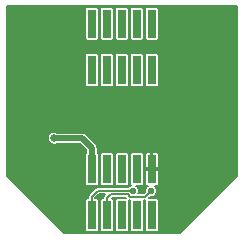
<source format=gbr>
%TF.GenerationSoftware,KiCad,Pcbnew,(5.1.8)-1*%
%TF.CreationDate,2021-11-11T19:50:17-05:00*%
%TF.ProjectId,CO2_sensor,434f325f-7365-46e7-936f-722e6b696361,rev?*%
%TF.SameCoordinates,Original*%
%TF.FileFunction,Copper,L2,Bot*%
%TF.FilePolarity,Positive*%
%FSLAX46Y46*%
G04 Gerber Fmt 4.6, Leading zero omitted, Abs format (unit mm)*
G04 Created by KiCad (PCBNEW (5.1.8)-1) date 2021-11-11 19:50:17*
%MOMM*%
%LPD*%
G01*
G04 APERTURE LIST*
%TA.AperFunction,SMDPad,CuDef*%
%ADD10R,0.760000X2.400000*%
%TD*%
%TA.AperFunction,ViaPad*%
%ADD11C,0.558800*%
%TD*%
%TA.AperFunction,ViaPad*%
%ADD12C,0.635000*%
%TD*%
%TA.AperFunction,Conductor*%
%ADD13C,0.508000*%
%TD*%
%TA.AperFunction,Conductor*%
%ADD14C,0.152400*%
%TD*%
%TA.AperFunction,Conductor*%
%ADD15C,0.100000*%
%TD*%
G04 APERTURE END LIST*
D10*
%TO.P,J2,10*%
%TO.N,N/C*%
X153540000Y-104200000D03*
%TO.P,J2,9*%
%TO.N,GND*%
X153540000Y-100300000D03*
%TO.P,J2,8*%
%TO.N,N/C*%
X152270000Y-104200000D03*
%TO.P,J2,7*%
X152270000Y-100300000D03*
%TO.P,J2,6*%
X151000000Y-104200000D03*
%TO.P,J2,5*%
X151000000Y-100300000D03*
%TO.P,J2,4*%
%TO.N,/SDA*%
X149730000Y-104200000D03*
%TO.P,J2,3*%
%TO.N,N/C*%
X149730000Y-100300000D03*
%TO.P,J2,2*%
%TO.N,/SCL*%
X148460000Y-104200000D03*
%TO.P,J2,1*%
%TO.N,+3V3*%
X148460000Y-100300000D03*
%TD*%
%TO.P,J1,10*%
%TO.N,N/C*%
X153540000Y-91900000D03*
%TO.P,J1,9*%
X153540000Y-88000000D03*
%TO.P,J1,8*%
X152270000Y-91900000D03*
%TO.P,J1,7*%
X152270000Y-88000000D03*
%TO.P,J1,6*%
X151000000Y-91900000D03*
%TO.P,J1,5*%
X151000000Y-88000000D03*
%TO.P,J1,4*%
X149730000Y-91900000D03*
%TO.P,J1,3*%
X149730000Y-88000000D03*
%TO.P,J1,2*%
X148460000Y-91900000D03*
%TO.P,J1,1*%
X148460000Y-88000000D03*
%TD*%
D11*
%TO.N,GND*%
X149310000Y-97400000D03*
X151035000Y-97400000D03*
X152760000Y-97400000D03*
X152760000Y-95695000D03*
X151035000Y-95695000D03*
X149310000Y-95695000D03*
X152760000Y-93990000D03*
X151035000Y-93990000D03*
X149310000Y-93990000D03*
X142360000Y-87520000D03*
X142390000Y-91440000D03*
X142410000Y-95580000D03*
X146120000Y-90780000D03*
X159800000Y-87310000D03*
X159870000Y-94970000D03*
X156870000Y-95040000D03*
X160350000Y-100640000D03*
X155350000Y-99920000D03*
X146470000Y-105150000D03*
X155640000Y-105300000D03*
X141730000Y-100660000D03*
X146180000Y-100440000D03*
D12*
%TO.N,+3V3*%
X145270000Y-97690000D03*
D11*
%TO.N,/SDA*%
X153480000Y-102147500D03*
%TO.N,/SCL*%
X151940000Y-102147500D03*
%TD*%
D13*
%TO.N,+3V3*%
X145270000Y-97690000D02*
X147650000Y-97690000D01*
X148460000Y-98500000D02*
X148460000Y-100300000D01*
X147650000Y-97690000D02*
X148460000Y-98500000D01*
D14*
%TO.N,/SDA*%
X149730000Y-104200000D02*
X149730000Y-102770000D01*
X149730000Y-102770000D02*
X150047690Y-102452310D01*
X151492968Y-102452310D02*
X151696159Y-102655501D01*
X150047690Y-102452310D02*
X151492968Y-102452310D01*
X152971999Y-102655501D02*
X153480000Y-102147500D01*
X151696159Y-102655501D02*
X152971999Y-102655501D01*
%TO.N,/SCL*%
X148460000Y-104200000D02*
X148460000Y-102640000D01*
X148952500Y-102147500D02*
X151940000Y-102147500D01*
X148460000Y-102640000D02*
X148952500Y-102147500D01*
%TD*%
%TO.N,GND*%
X160746400Y-100894955D02*
X155894956Y-105746400D01*
X146105045Y-105746400D01*
X143358645Y-103000000D01*
X147850294Y-103000000D01*
X147850294Y-105400000D01*
X147854708Y-105444813D01*
X147867779Y-105487905D01*
X147889006Y-105527618D01*
X147917573Y-105562427D01*
X147952382Y-105590994D01*
X147992095Y-105612221D01*
X148035187Y-105625292D01*
X148080000Y-105629706D01*
X148840000Y-105629706D01*
X148884813Y-105625292D01*
X148927905Y-105612221D01*
X148967618Y-105590994D01*
X149002427Y-105562427D01*
X149030994Y-105527618D01*
X149052221Y-105487905D01*
X149065292Y-105444813D01*
X149069706Y-105400000D01*
X149069706Y-103000000D01*
X149065292Y-102955187D01*
X149052221Y-102912095D01*
X149030994Y-102872382D01*
X149002427Y-102837573D01*
X148967618Y-102809006D01*
X148927905Y-102787779D01*
X148884813Y-102774708D01*
X148840000Y-102770294D01*
X148764800Y-102770294D01*
X148764800Y-102766251D01*
X149078752Y-102452300D01*
X149616648Y-102452300D01*
X149525056Y-102543893D01*
X149513433Y-102553432D01*
X149503893Y-102565056D01*
X149503892Y-102565057D01*
X149500233Y-102569516D01*
X149475343Y-102599843D01*
X149463251Y-102622466D01*
X149447040Y-102652795D01*
X149429611Y-102710249D01*
X149423727Y-102770000D01*
X149423756Y-102770294D01*
X149350000Y-102770294D01*
X149305187Y-102774708D01*
X149262095Y-102787779D01*
X149222382Y-102809006D01*
X149187573Y-102837573D01*
X149159006Y-102872382D01*
X149137779Y-102912095D01*
X149124708Y-102955187D01*
X149120294Y-103000000D01*
X149120294Y-105400000D01*
X149124708Y-105444813D01*
X149137779Y-105487905D01*
X149159006Y-105527618D01*
X149187573Y-105562427D01*
X149222382Y-105590994D01*
X149262095Y-105612221D01*
X149305187Y-105625292D01*
X149350000Y-105629706D01*
X150110000Y-105629706D01*
X150154813Y-105625292D01*
X150197905Y-105612221D01*
X150237618Y-105590994D01*
X150272427Y-105562427D01*
X150300994Y-105527618D01*
X150322221Y-105487905D01*
X150335292Y-105444813D01*
X150339706Y-105400000D01*
X150339706Y-103000000D01*
X150335292Y-102955187D01*
X150322221Y-102912095D01*
X150300994Y-102872382D01*
X150272427Y-102837573D01*
X150237618Y-102809006D01*
X150197905Y-102787779D01*
X150155988Y-102775064D01*
X150173942Y-102757110D01*
X151366717Y-102757110D01*
X151379901Y-102770294D01*
X150620000Y-102770294D01*
X150575187Y-102774708D01*
X150532095Y-102787779D01*
X150492382Y-102809006D01*
X150457573Y-102837573D01*
X150429006Y-102872382D01*
X150407779Y-102912095D01*
X150394708Y-102955187D01*
X150390294Y-103000000D01*
X150390294Y-105400000D01*
X150394708Y-105444813D01*
X150407779Y-105487905D01*
X150429006Y-105527618D01*
X150457573Y-105562427D01*
X150492382Y-105590994D01*
X150532095Y-105612221D01*
X150575187Y-105625292D01*
X150620000Y-105629706D01*
X151380000Y-105629706D01*
X151424813Y-105625292D01*
X151467905Y-105612221D01*
X151507618Y-105590994D01*
X151542427Y-105562427D01*
X151570994Y-105527618D01*
X151592221Y-105487905D01*
X151605292Y-105444813D01*
X151609706Y-105400000D01*
X151609706Y-103000000D01*
X151605292Y-102955187D01*
X151602374Y-102945566D01*
X151618978Y-102950603D01*
X151636407Y-102955890D01*
X151642048Y-102956446D01*
X151664368Y-102958644D01*
X151660294Y-103000000D01*
X151660294Y-105400000D01*
X151664708Y-105444813D01*
X151677779Y-105487905D01*
X151699006Y-105527618D01*
X151727573Y-105562427D01*
X151762382Y-105590994D01*
X151802095Y-105612221D01*
X151845187Y-105625292D01*
X151890000Y-105629706D01*
X152650000Y-105629706D01*
X152694813Y-105625292D01*
X152737905Y-105612221D01*
X152777618Y-105590994D01*
X152812427Y-105562427D01*
X152840994Y-105527618D01*
X152862221Y-105487905D01*
X152875292Y-105444813D01*
X152879706Y-105400000D01*
X152879706Y-103000000D01*
X152875796Y-102960301D01*
X152934204Y-102960301D01*
X152930294Y-103000000D01*
X152930294Y-105400000D01*
X152934708Y-105444813D01*
X152947779Y-105487905D01*
X152969006Y-105527618D01*
X152997573Y-105562427D01*
X153032382Y-105590994D01*
X153072095Y-105612221D01*
X153115187Y-105625292D01*
X153160000Y-105629706D01*
X153920000Y-105629706D01*
X153964813Y-105625292D01*
X154007905Y-105612221D01*
X154047618Y-105590994D01*
X154082427Y-105562427D01*
X154110994Y-105527618D01*
X154132221Y-105487905D01*
X154145292Y-105444813D01*
X154149706Y-105400000D01*
X154149706Y-103000000D01*
X154145292Y-102955187D01*
X154132221Y-102912095D01*
X154110994Y-102872382D01*
X154082427Y-102837573D01*
X154047618Y-102809006D01*
X154007905Y-102787779D01*
X153964813Y-102774708D01*
X153920000Y-102770294D01*
X153288257Y-102770294D01*
X153407517Y-102651035D01*
X153429966Y-102655500D01*
X153530034Y-102655500D01*
X153628178Y-102635978D01*
X153720628Y-102597684D01*
X153803831Y-102542089D01*
X153874589Y-102471331D01*
X153930184Y-102388128D01*
X153968478Y-102295678D01*
X153988000Y-102197534D01*
X153988000Y-102097466D01*
X153968478Y-101999322D01*
X153930184Y-101906872D01*
X153874589Y-101823669D01*
X153803831Y-101752911D01*
X153768179Y-101729089D01*
X153920000Y-101729706D01*
X153964813Y-101725292D01*
X154007905Y-101712221D01*
X154047618Y-101690994D01*
X154082427Y-101662427D01*
X154110994Y-101627618D01*
X154132221Y-101587905D01*
X154145292Y-101544813D01*
X154149706Y-101500000D01*
X154148600Y-100407950D01*
X154091450Y-100350800D01*
X153590800Y-100350800D01*
X153590800Y-100370800D01*
X153489200Y-100370800D01*
X153489200Y-100350800D01*
X152988550Y-100350800D01*
X152931400Y-100407950D01*
X152930294Y-101500000D01*
X152934708Y-101544813D01*
X152947779Y-101587905D01*
X152969006Y-101627618D01*
X152997573Y-101662427D01*
X153032382Y-101690994D01*
X153072095Y-101712221D01*
X153115187Y-101725292D01*
X153160000Y-101729706D01*
X153191087Y-101729580D01*
X153156169Y-101752911D01*
X153085411Y-101823669D01*
X153029816Y-101906872D01*
X152991522Y-101999322D01*
X152972000Y-102097466D01*
X152972000Y-102197534D01*
X152976465Y-102219983D01*
X152845748Y-102350701D01*
X152405687Y-102350701D01*
X152428478Y-102295678D01*
X152448000Y-102197534D01*
X152448000Y-102097466D01*
X152428478Y-101999322D01*
X152390184Y-101906872D01*
X152334589Y-101823669D01*
X152263831Y-101752911D01*
X152229103Y-101729706D01*
X152650000Y-101729706D01*
X152694813Y-101725292D01*
X152737905Y-101712221D01*
X152777618Y-101690994D01*
X152812427Y-101662427D01*
X152840994Y-101627618D01*
X152862221Y-101587905D01*
X152875292Y-101544813D01*
X152879706Y-101500000D01*
X152879706Y-99100000D01*
X152930294Y-99100000D01*
X152931400Y-100192050D01*
X152988550Y-100249200D01*
X153489200Y-100249200D01*
X153489200Y-98928550D01*
X153590800Y-98928550D01*
X153590800Y-100249200D01*
X154091450Y-100249200D01*
X154148600Y-100192050D01*
X154149706Y-99100000D01*
X154145292Y-99055187D01*
X154132221Y-99012095D01*
X154110994Y-98972382D01*
X154082427Y-98937573D01*
X154047618Y-98909006D01*
X154007905Y-98887779D01*
X153964813Y-98874708D01*
X153920000Y-98870294D01*
X153647950Y-98871400D01*
X153590800Y-98928550D01*
X153489200Y-98928550D01*
X153432050Y-98871400D01*
X153160000Y-98870294D01*
X153115187Y-98874708D01*
X153072095Y-98887779D01*
X153032382Y-98909006D01*
X152997573Y-98937573D01*
X152969006Y-98972382D01*
X152947779Y-99012095D01*
X152934708Y-99055187D01*
X152930294Y-99100000D01*
X152879706Y-99100000D01*
X152875292Y-99055187D01*
X152862221Y-99012095D01*
X152840994Y-98972382D01*
X152812427Y-98937573D01*
X152777618Y-98909006D01*
X152737905Y-98887779D01*
X152694813Y-98874708D01*
X152650000Y-98870294D01*
X151890000Y-98870294D01*
X151845187Y-98874708D01*
X151802095Y-98887779D01*
X151762382Y-98909006D01*
X151727573Y-98937573D01*
X151699006Y-98972382D01*
X151677779Y-99012095D01*
X151664708Y-99055187D01*
X151660294Y-99100000D01*
X151660294Y-101500000D01*
X151664708Y-101544813D01*
X151677779Y-101587905D01*
X151699006Y-101627618D01*
X151727573Y-101662427D01*
X151746366Y-101677850D01*
X151699372Y-101697316D01*
X151616169Y-101752911D01*
X151545411Y-101823669D01*
X151532695Y-101842700D01*
X148967457Y-101842700D01*
X148952499Y-101841227D01*
X148937541Y-101842700D01*
X148937534Y-101842700D01*
X148898389Y-101846555D01*
X148892748Y-101847111D01*
X148879376Y-101851168D01*
X148835294Y-101864540D01*
X148782343Y-101892842D01*
X148735932Y-101930932D01*
X148726392Y-101942556D01*
X148255056Y-102413893D01*
X148243433Y-102423432D01*
X148205343Y-102469843D01*
X148190215Y-102498146D01*
X148177040Y-102522795D01*
X148159611Y-102580249D01*
X148153727Y-102640000D01*
X148155201Y-102654968D01*
X148155201Y-102770294D01*
X148080000Y-102770294D01*
X148035187Y-102774708D01*
X147992095Y-102787779D01*
X147952382Y-102809006D01*
X147917573Y-102837573D01*
X147889006Y-102872382D01*
X147867779Y-102912095D01*
X147854708Y-102955187D01*
X147850294Y-103000000D01*
X143358645Y-103000000D01*
X141253600Y-100894956D01*
X141253600Y-97636214D01*
X144723900Y-97636214D01*
X144723900Y-97743786D01*
X144744887Y-97849291D01*
X144786053Y-97948675D01*
X144845817Y-98038118D01*
X144921882Y-98114183D01*
X145011325Y-98173947D01*
X145110709Y-98215113D01*
X145216214Y-98236100D01*
X145323786Y-98236100D01*
X145429291Y-98215113D01*
X145528675Y-98173947D01*
X145530691Y-98172600D01*
X147450101Y-98172600D01*
X147977400Y-98699900D01*
X147977400Y-98895634D01*
X147952382Y-98909006D01*
X147917573Y-98937573D01*
X147889006Y-98972382D01*
X147867779Y-99012095D01*
X147854708Y-99055187D01*
X147850294Y-99100000D01*
X147850294Y-101500000D01*
X147854708Y-101544813D01*
X147867779Y-101587905D01*
X147889006Y-101627618D01*
X147917573Y-101662427D01*
X147952382Y-101690994D01*
X147992095Y-101712221D01*
X148035187Y-101725292D01*
X148080000Y-101729706D01*
X148840000Y-101729706D01*
X148884813Y-101725292D01*
X148927905Y-101712221D01*
X148967618Y-101690994D01*
X149002427Y-101662427D01*
X149030994Y-101627618D01*
X149052221Y-101587905D01*
X149065292Y-101544813D01*
X149069706Y-101500000D01*
X149069706Y-99100000D01*
X149120294Y-99100000D01*
X149120294Y-101500000D01*
X149124708Y-101544813D01*
X149137779Y-101587905D01*
X149159006Y-101627618D01*
X149187573Y-101662427D01*
X149222382Y-101690994D01*
X149262095Y-101712221D01*
X149305187Y-101725292D01*
X149350000Y-101729706D01*
X150110000Y-101729706D01*
X150154813Y-101725292D01*
X150197905Y-101712221D01*
X150237618Y-101690994D01*
X150272427Y-101662427D01*
X150300994Y-101627618D01*
X150322221Y-101587905D01*
X150335292Y-101544813D01*
X150339706Y-101500000D01*
X150339706Y-99100000D01*
X150390294Y-99100000D01*
X150390294Y-101500000D01*
X150394708Y-101544813D01*
X150407779Y-101587905D01*
X150429006Y-101627618D01*
X150457573Y-101662427D01*
X150492382Y-101690994D01*
X150532095Y-101712221D01*
X150575187Y-101725292D01*
X150620000Y-101729706D01*
X151380000Y-101729706D01*
X151424813Y-101725292D01*
X151467905Y-101712221D01*
X151507618Y-101690994D01*
X151542427Y-101662427D01*
X151570994Y-101627618D01*
X151592221Y-101587905D01*
X151605292Y-101544813D01*
X151609706Y-101500000D01*
X151609706Y-99100000D01*
X151605292Y-99055187D01*
X151592221Y-99012095D01*
X151570994Y-98972382D01*
X151542427Y-98937573D01*
X151507618Y-98909006D01*
X151467905Y-98887779D01*
X151424813Y-98874708D01*
X151380000Y-98870294D01*
X150620000Y-98870294D01*
X150575187Y-98874708D01*
X150532095Y-98887779D01*
X150492382Y-98909006D01*
X150457573Y-98937573D01*
X150429006Y-98972382D01*
X150407779Y-99012095D01*
X150394708Y-99055187D01*
X150390294Y-99100000D01*
X150339706Y-99100000D01*
X150335292Y-99055187D01*
X150322221Y-99012095D01*
X150300994Y-98972382D01*
X150272427Y-98937573D01*
X150237618Y-98909006D01*
X150197905Y-98887779D01*
X150154813Y-98874708D01*
X150110000Y-98870294D01*
X149350000Y-98870294D01*
X149305187Y-98874708D01*
X149262095Y-98887779D01*
X149222382Y-98909006D01*
X149187573Y-98937573D01*
X149159006Y-98972382D01*
X149137779Y-99012095D01*
X149124708Y-99055187D01*
X149120294Y-99100000D01*
X149069706Y-99100000D01*
X149065292Y-99055187D01*
X149052221Y-99012095D01*
X149030994Y-98972382D01*
X149002427Y-98937573D01*
X148967618Y-98909006D01*
X148942600Y-98895634D01*
X148942600Y-98523707D01*
X148944935Y-98500000D01*
X148935617Y-98405393D01*
X148908022Y-98314423D01*
X148863209Y-98230585D01*
X148802901Y-98157099D01*
X148784487Y-98141987D01*
X148008017Y-97365518D01*
X147992901Y-97347099D01*
X147919415Y-97286791D01*
X147835577Y-97241978D01*
X147744606Y-97214383D01*
X147673707Y-97207400D01*
X147673705Y-97207400D01*
X147650000Y-97205065D01*
X147626295Y-97207400D01*
X145530691Y-97207400D01*
X145528675Y-97206053D01*
X145429291Y-97164887D01*
X145323786Y-97143900D01*
X145216214Y-97143900D01*
X145110709Y-97164887D01*
X145011325Y-97206053D01*
X144921882Y-97265817D01*
X144845817Y-97341882D01*
X144786053Y-97431325D01*
X144744887Y-97530709D01*
X144723900Y-97636214D01*
X141253600Y-97636214D01*
X141253600Y-90700000D01*
X147850294Y-90700000D01*
X147850294Y-93100000D01*
X147854708Y-93144813D01*
X147867779Y-93187905D01*
X147889006Y-93227618D01*
X147917573Y-93262427D01*
X147952382Y-93290994D01*
X147992095Y-93312221D01*
X148035187Y-93325292D01*
X148080000Y-93329706D01*
X148840000Y-93329706D01*
X148884813Y-93325292D01*
X148927905Y-93312221D01*
X148967618Y-93290994D01*
X149002427Y-93262427D01*
X149030994Y-93227618D01*
X149052221Y-93187905D01*
X149065292Y-93144813D01*
X149069706Y-93100000D01*
X149069706Y-90700000D01*
X149120294Y-90700000D01*
X149120294Y-93100000D01*
X149124708Y-93144813D01*
X149137779Y-93187905D01*
X149159006Y-93227618D01*
X149187573Y-93262427D01*
X149222382Y-93290994D01*
X149262095Y-93312221D01*
X149305187Y-93325292D01*
X149350000Y-93329706D01*
X150110000Y-93329706D01*
X150154813Y-93325292D01*
X150197905Y-93312221D01*
X150237618Y-93290994D01*
X150272427Y-93262427D01*
X150300994Y-93227618D01*
X150322221Y-93187905D01*
X150335292Y-93144813D01*
X150339706Y-93100000D01*
X150339706Y-90700000D01*
X150390294Y-90700000D01*
X150390294Y-93100000D01*
X150394708Y-93144813D01*
X150407779Y-93187905D01*
X150429006Y-93227618D01*
X150457573Y-93262427D01*
X150492382Y-93290994D01*
X150532095Y-93312221D01*
X150575187Y-93325292D01*
X150620000Y-93329706D01*
X151380000Y-93329706D01*
X151424813Y-93325292D01*
X151467905Y-93312221D01*
X151507618Y-93290994D01*
X151542427Y-93262427D01*
X151570994Y-93227618D01*
X151592221Y-93187905D01*
X151605292Y-93144813D01*
X151609706Y-93100000D01*
X151609706Y-90700000D01*
X151660294Y-90700000D01*
X151660294Y-93100000D01*
X151664708Y-93144813D01*
X151677779Y-93187905D01*
X151699006Y-93227618D01*
X151727573Y-93262427D01*
X151762382Y-93290994D01*
X151802095Y-93312221D01*
X151845187Y-93325292D01*
X151890000Y-93329706D01*
X152650000Y-93329706D01*
X152694813Y-93325292D01*
X152737905Y-93312221D01*
X152777618Y-93290994D01*
X152812427Y-93262427D01*
X152840994Y-93227618D01*
X152862221Y-93187905D01*
X152875292Y-93144813D01*
X152879706Y-93100000D01*
X152879706Y-90700000D01*
X152930294Y-90700000D01*
X152930294Y-93100000D01*
X152934708Y-93144813D01*
X152947779Y-93187905D01*
X152969006Y-93227618D01*
X152997573Y-93262427D01*
X153032382Y-93290994D01*
X153072095Y-93312221D01*
X153115187Y-93325292D01*
X153160000Y-93329706D01*
X153920000Y-93329706D01*
X153964813Y-93325292D01*
X154007905Y-93312221D01*
X154047618Y-93290994D01*
X154082427Y-93262427D01*
X154110994Y-93227618D01*
X154132221Y-93187905D01*
X154145292Y-93144813D01*
X154149706Y-93100000D01*
X154149706Y-90700000D01*
X154145292Y-90655187D01*
X154132221Y-90612095D01*
X154110994Y-90572382D01*
X154082427Y-90537573D01*
X154047618Y-90509006D01*
X154007905Y-90487779D01*
X153964813Y-90474708D01*
X153920000Y-90470294D01*
X153160000Y-90470294D01*
X153115187Y-90474708D01*
X153072095Y-90487779D01*
X153032382Y-90509006D01*
X152997573Y-90537573D01*
X152969006Y-90572382D01*
X152947779Y-90612095D01*
X152934708Y-90655187D01*
X152930294Y-90700000D01*
X152879706Y-90700000D01*
X152875292Y-90655187D01*
X152862221Y-90612095D01*
X152840994Y-90572382D01*
X152812427Y-90537573D01*
X152777618Y-90509006D01*
X152737905Y-90487779D01*
X152694813Y-90474708D01*
X152650000Y-90470294D01*
X151890000Y-90470294D01*
X151845187Y-90474708D01*
X151802095Y-90487779D01*
X151762382Y-90509006D01*
X151727573Y-90537573D01*
X151699006Y-90572382D01*
X151677779Y-90612095D01*
X151664708Y-90655187D01*
X151660294Y-90700000D01*
X151609706Y-90700000D01*
X151605292Y-90655187D01*
X151592221Y-90612095D01*
X151570994Y-90572382D01*
X151542427Y-90537573D01*
X151507618Y-90509006D01*
X151467905Y-90487779D01*
X151424813Y-90474708D01*
X151380000Y-90470294D01*
X150620000Y-90470294D01*
X150575187Y-90474708D01*
X150532095Y-90487779D01*
X150492382Y-90509006D01*
X150457573Y-90537573D01*
X150429006Y-90572382D01*
X150407779Y-90612095D01*
X150394708Y-90655187D01*
X150390294Y-90700000D01*
X150339706Y-90700000D01*
X150335292Y-90655187D01*
X150322221Y-90612095D01*
X150300994Y-90572382D01*
X150272427Y-90537573D01*
X150237618Y-90509006D01*
X150197905Y-90487779D01*
X150154813Y-90474708D01*
X150110000Y-90470294D01*
X149350000Y-90470294D01*
X149305187Y-90474708D01*
X149262095Y-90487779D01*
X149222382Y-90509006D01*
X149187573Y-90537573D01*
X149159006Y-90572382D01*
X149137779Y-90612095D01*
X149124708Y-90655187D01*
X149120294Y-90700000D01*
X149069706Y-90700000D01*
X149065292Y-90655187D01*
X149052221Y-90612095D01*
X149030994Y-90572382D01*
X149002427Y-90537573D01*
X148967618Y-90509006D01*
X148927905Y-90487779D01*
X148884813Y-90474708D01*
X148840000Y-90470294D01*
X148080000Y-90470294D01*
X148035187Y-90474708D01*
X147992095Y-90487779D01*
X147952382Y-90509006D01*
X147917573Y-90537573D01*
X147889006Y-90572382D01*
X147867779Y-90612095D01*
X147854708Y-90655187D01*
X147850294Y-90700000D01*
X141253600Y-90700000D01*
X141253600Y-86800000D01*
X147850294Y-86800000D01*
X147850294Y-89200000D01*
X147854708Y-89244813D01*
X147867779Y-89287905D01*
X147889006Y-89327618D01*
X147917573Y-89362427D01*
X147952382Y-89390994D01*
X147992095Y-89412221D01*
X148035187Y-89425292D01*
X148080000Y-89429706D01*
X148840000Y-89429706D01*
X148884813Y-89425292D01*
X148927905Y-89412221D01*
X148967618Y-89390994D01*
X149002427Y-89362427D01*
X149030994Y-89327618D01*
X149052221Y-89287905D01*
X149065292Y-89244813D01*
X149069706Y-89200000D01*
X149069706Y-86800000D01*
X149120294Y-86800000D01*
X149120294Y-89200000D01*
X149124708Y-89244813D01*
X149137779Y-89287905D01*
X149159006Y-89327618D01*
X149187573Y-89362427D01*
X149222382Y-89390994D01*
X149262095Y-89412221D01*
X149305187Y-89425292D01*
X149350000Y-89429706D01*
X150110000Y-89429706D01*
X150154813Y-89425292D01*
X150197905Y-89412221D01*
X150237618Y-89390994D01*
X150272427Y-89362427D01*
X150300994Y-89327618D01*
X150322221Y-89287905D01*
X150335292Y-89244813D01*
X150339706Y-89200000D01*
X150339706Y-86800000D01*
X150390294Y-86800000D01*
X150390294Y-89200000D01*
X150394708Y-89244813D01*
X150407779Y-89287905D01*
X150429006Y-89327618D01*
X150457573Y-89362427D01*
X150492382Y-89390994D01*
X150532095Y-89412221D01*
X150575187Y-89425292D01*
X150620000Y-89429706D01*
X151380000Y-89429706D01*
X151424813Y-89425292D01*
X151467905Y-89412221D01*
X151507618Y-89390994D01*
X151542427Y-89362427D01*
X151570994Y-89327618D01*
X151592221Y-89287905D01*
X151605292Y-89244813D01*
X151609706Y-89200000D01*
X151609706Y-86800000D01*
X151660294Y-86800000D01*
X151660294Y-89200000D01*
X151664708Y-89244813D01*
X151677779Y-89287905D01*
X151699006Y-89327618D01*
X151727573Y-89362427D01*
X151762382Y-89390994D01*
X151802095Y-89412221D01*
X151845187Y-89425292D01*
X151890000Y-89429706D01*
X152650000Y-89429706D01*
X152694813Y-89425292D01*
X152737905Y-89412221D01*
X152777618Y-89390994D01*
X152812427Y-89362427D01*
X152840994Y-89327618D01*
X152862221Y-89287905D01*
X152875292Y-89244813D01*
X152879706Y-89200000D01*
X152879706Y-86800000D01*
X152930294Y-86800000D01*
X152930294Y-89200000D01*
X152934708Y-89244813D01*
X152947779Y-89287905D01*
X152969006Y-89327618D01*
X152997573Y-89362427D01*
X153032382Y-89390994D01*
X153072095Y-89412221D01*
X153115187Y-89425292D01*
X153160000Y-89429706D01*
X153920000Y-89429706D01*
X153964813Y-89425292D01*
X154007905Y-89412221D01*
X154047618Y-89390994D01*
X154082427Y-89362427D01*
X154110994Y-89327618D01*
X154132221Y-89287905D01*
X154145292Y-89244813D01*
X154149706Y-89200000D01*
X154149706Y-86800000D01*
X154145292Y-86755187D01*
X154132221Y-86712095D01*
X154110994Y-86672382D01*
X154082427Y-86637573D01*
X154047618Y-86609006D01*
X154007905Y-86587779D01*
X153964813Y-86574708D01*
X153920000Y-86570294D01*
X153160000Y-86570294D01*
X153115187Y-86574708D01*
X153072095Y-86587779D01*
X153032382Y-86609006D01*
X152997573Y-86637573D01*
X152969006Y-86672382D01*
X152947779Y-86712095D01*
X152934708Y-86755187D01*
X152930294Y-86800000D01*
X152879706Y-86800000D01*
X152875292Y-86755187D01*
X152862221Y-86712095D01*
X152840994Y-86672382D01*
X152812427Y-86637573D01*
X152777618Y-86609006D01*
X152737905Y-86587779D01*
X152694813Y-86574708D01*
X152650000Y-86570294D01*
X151890000Y-86570294D01*
X151845187Y-86574708D01*
X151802095Y-86587779D01*
X151762382Y-86609006D01*
X151727573Y-86637573D01*
X151699006Y-86672382D01*
X151677779Y-86712095D01*
X151664708Y-86755187D01*
X151660294Y-86800000D01*
X151609706Y-86800000D01*
X151605292Y-86755187D01*
X151592221Y-86712095D01*
X151570994Y-86672382D01*
X151542427Y-86637573D01*
X151507618Y-86609006D01*
X151467905Y-86587779D01*
X151424813Y-86574708D01*
X151380000Y-86570294D01*
X150620000Y-86570294D01*
X150575187Y-86574708D01*
X150532095Y-86587779D01*
X150492382Y-86609006D01*
X150457573Y-86637573D01*
X150429006Y-86672382D01*
X150407779Y-86712095D01*
X150394708Y-86755187D01*
X150390294Y-86800000D01*
X150339706Y-86800000D01*
X150335292Y-86755187D01*
X150322221Y-86712095D01*
X150300994Y-86672382D01*
X150272427Y-86637573D01*
X150237618Y-86609006D01*
X150197905Y-86587779D01*
X150154813Y-86574708D01*
X150110000Y-86570294D01*
X149350000Y-86570294D01*
X149305187Y-86574708D01*
X149262095Y-86587779D01*
X149222382Y-86609006D01*
X149187573Y-86637573D01*
X149159006Y-86672382D01*
X149137779Y-86712095D01*
X149124708Y-86755187D01*
X149120294Y-86800000D01*
X149069706Y-86800000D01*
X149065292Y-86755187D01*
X149052221Y-86712095D01*
X149030994Y-86672382D01*
X149002427Y-86637573D01*
X148967618Y-86609006D01*
X148927905Y-86587779D01*
X148884813Y-86574708D01*
X148840000Y-86570294D01*
X148080000Y-86570294D01*
X148035187Y-86574708D01*
X147992095Y-86587779D01*
X147952382Y-86609006D01*
X147917573Y-86637573D01*
X147889006Y-86672382D01*
X147867779Y-86712095D01*
X147854708Y-86755187D01*
X147850294Y-86800000D01*
X141253600Y-86800000D01*
X141253600Y-86503600D01*
X160746401Y-86503600D01*
X160746400Y-100894955D01*
%TA.AperFunction,Conductor*%
D15*
G36*
X160746400Y-100894955D02*
G01*
X155894956Y-105746400D01*
X146105045Y-105746400D01*
X143358645Y-103000000D01*
X147850294Y-103000000D01*
X147850294Y-105400000D01*
X147854708Y-105444813D01*
X147867779Y-105487905D01*
X147889006Y-105527618D01*
X147917573Y-105562427D01*
X147952382Y-105590994D01*
X147992095Y-105612221D01*
X148035187Y-105625292D01*
X148080000Y-105629706D01*
X148840000Y-105629706D01*
X148884813Y-105625292D01*
X148927905Y-105612221D01*
X148967618Y-105590994D01*
X149002427Y-105562427D01*
X149030994Y-105527618D01*
X149052221Y-105487905D01*
X149065292Y-105444813D01*
X149069706Y-105400000D01*
X149069706Y-103000000D01*
X149065292Y-102955187D01*
X149052221Y-102912095D01*
X149030994Y-102872382D01*
X149002427Y-102837573D01*
X148967618Y-102809006D01*
X148927905Y-102787779D01*
X148884813Y-102774708D01*
X148840000Y-102770294D01*
X148764800Y-102770294D01*
X148764800Y-102766251D01*
X149078752Y-102452300D01*
X149616648Y-102452300D01*
X149525056Y-102543893D01*
X149513433Y-102553432D01*
X149503893Y-102565056D01*
X149503892Y-102565057D01*
X149500233Y-102569516D01*
X149475343Y-102599843D01*
X149463251Y-102622466D01*
X149447040Y-102652795D01*
X149429611Y-102710249D01*
X149423727Y-102770000D01*
X149423756Y-102770294D01*
X149350000Y-102770294D01*
X149305187Y-102774708D01*
X149262095Y-102787779D01*
X149222382Y-102809006D01*
X149187573Y-102837573D01*
X149159006Y-102872382D01*
X149137779Y-102912095D01*
X149124708Y-102955187D01*
X149120294Y-103000000D01*
X149120294Y-105400000D01*
X149124708Y-105444813D01*
X149137779Y-105487905D01*
X149159006Y-105527618D01*
X149187573Y-105562427D01*
X149222382Y-105590994D01*
X149262095Y-105612221D01*
X149305187Y-105625292D01*
X149350000Y-105629706D01*
X150110000Y-105629706D01*
X150154813Y-105625292D01*
X150197905Y-105612221D01*
X150237618Y-105590994D01*
X150272427Y-105562427D01*
X150300994Y-105527618D01*
X150322221Y-105487905D01*
X150335292Y-105444813D01*
X150339706Y-105400000D01*
X150339706Y-103000000D01*
X150335292Y-102955187D01*
X150322221Y-102912095D01*
X150300994Y-102872382D01*
X150272427Y-102837573D01*
X150237618Y-102809006D01*
X150197905Y-102787779D01*
X150155988Y-102775064D01*
X150173942Y-102757110D01*
X151366717Y-102757110D01*
X151379901Y-102770294D01*
X150620000Y-102770294D01*
X150575187Y-102774708D01*
X150532095Y-102787779D01*
X150492382Y-102809006D01*
X150457573Y-102837573D01*
X150429006Y-102872382D01*
X150407779Y-102912095D01*
X150394708Y-102955187D01*
X150390294Y-103000000D01*
X150390294Y-105400000D01*
X150394708Y-105444813D01*
X150407779Y-105487905D01*
X150429006Y-105527618D01*
X150457573Y-105562427D01*
X150492382Y-105590994D01*
X150532095Y-105612221D01*
X150575187Y-105625292D01*
X150620000Y-105629706D01*
X151380000Y-105629706D01*
X151424813Y-105625292D01*
X151467905Y-105612221D01*
X151507618Y-105590994D01*
X151542427Y-105562427D01*
X151570994Y-105527618D01*
X151592221Y-105487905D01*
X151605292Y-105444813D01*
X151609706Y-105400000D01*
X151609706Y-103000000D01*
X151605292Y-102955187D01*
X151602374Y-102945566D01*
X151618978Y-102950603D01*
X151636407Y-102955890D01*
X151642048Y-102956446D01*
X151664368Y-102958644D01*
X151660294Y-103000000D01*
X151660294Y-105400000D01*
X151664708Y-105444813D01*
X151677779Y-105487905D01*
X151699006Y-105527618D01*
X151727573Y-105562427D01*
X151762382Y-105590994D01*
X151802095Y-105612221D01*
X151845187Y-105625292D01*
X151890000Y-105629706D01*
X152650000Y-105629706D01*
X152694813Y-105625292D01*
X152737905Y-105612221D01*
X152777618Y-105590994D01*
X152812427Y-105562427D01*
X152840994Y-105527618D01*
X152862221Y-105487905D01*
X152875292Y-105444813D01*
X152879706Y-105400000D01*
X152879706Y-103000000D01*
X152875796Y-102960301D01*
X152934204Y-102960301D01*
X152930294Y-103000000D01*
X152930294Y-105400000D01*
X152934708Y-105444813D01*
X152947779Y-105487905D01*
X152969006Y-105527618D01*
X152997573Y-105562427D01*
X153032382Y-105590994D01*
X153072095Y-105612221D01*
X153115187Y-105625292D01*
X153160000Y-105629706D01*
X153920000Y-105629706D01*
X153964813Y-105625292D01*
X154007905Y-105612221D01*
X154047618Y-105590994D01*
X154082427Y-105562427D01*
X154110994Y-105527618D01*
X154132221Y-105487905D01*
X154145292Y-105444813D01*
X154149706Y-105400000D01*
X154149706Y-103000000D01*
X154145292Y-102955187D01*
X154132221Y-102912095D01*
X154110994Y-102872382D01*
X154082427Y-102837573D01*
X154047618Y-102809006D01*
X154007905Y-102787779D01*
X153964813Y-102774708D01*
X153920000Y-102770294D01*
X153288257Y-102770294D01*
X153407517Y-102651035D01*
X153429966Y-102655500D01*
X153530034Y-102655500D01*
X153628178Y-102635978D01*
X153720628Y-102597684D01*
X153803831Y-102542089D01*
X153874589Y-102471331D01*
X153930184Y-102388128D01*
X153968478Y-102295678D01*
X153988000Y-102197534D01*
X153988000Y-102097466D01*
X153968478Y-101999322D01*
X153930184Y-101906872D01*
X153874589Y-101823669D01*
X153803831Y-101752911D01*
X153768179Y-101729089D01*
X153920000Y-101729706D01*
X153964813Y-101725292D01*
X154007905Y-101712221D01*
X154047618Y-101690994D01*
X154082427Y-101662427D01*
X154110994Y-101627618D01*
X154132221Y-101587905D01*
X154145292Y-101544813D01*
X154149706Y-101500000D01*
X154148600Y-100407950D01*
X154091450Y-100350800D01*
X153590800Y-100350800D01*
X153590800Y-100370800D01*
X153489200Y-100370800D01*
X153489200Y-100350800D01*
X152988550Y-100350800D01*
X152931400Y-100407950D01*
X152930294Y-101500000D01*
X152934708Y-101544813D01*
X152947779Y-101587905D01*
X152969006Y-101627618D01*
X152997573Y-101662427D01*
X153032382Y-101690994D01*
X153072095Y-101712221D01*
X153115187Y-101725292D01*
X153160000Y-101729706D01*
X153191087Y-101729580D01*
X153156169Y-101752911D01*
X153085411Y-101823669D01*
X153029816Y-101906872D01*
X152991522Y-101999322D01*
X152972000Y-102097466D01*
X152972000Y-102197534D01*
X152976465Y-102219983D01*
X152845748Y-102350701D01*
X152405687Y-102350701D01*
X152428478Y-102295678D01*
X152448000Y-102197534D01*
X152448000Y-102097466D01*
X152428478Y-101999322D01*
X152390184Y-101906872D01*
X152334589Y-101823669D01*
X152263831Y-101752911D01*
X152229103Y-101729706D01*
X152650000Y-101729706D01*
X152694813Y-101725292D01*
X152737905Y-101712221D01*
X152777618Y-101690994D01*
X152812427Y-101662427D01*
X152840994Y-101627618D01*
X152862221Y-101587905D01*
X152875292Y-101544813D01*
X152879706Y-101500000D01*
X152879706Y-99100000D01*
X152930294Y-99100000D01*
X152931400Y-100192050D01*
X152988550Y-100249200D01*
X153489200Y-100249200D01*
X153489200Y-98928550D01*
X153590800Y-98928550D01*
X153590800Y-100249200D01*
X154091450Y-100249200D01*
X154148600Y-100192050D01*
X154149706Y-99100000D01*
X154145292Y-99055187D01*
X154132221Y-99012095D01*
X154110994Y-98972382D01*
X154082427Y-98937573D01*
X154047618Y-98909006D01*
X154007905Y-98887779D01*
X153964813Y-98874708D01*
X153920000Y-98870294D01*
X153647950Y-98871400D01*
X153590800Y-98928550D01*
X153489200Y-98928550D01*
X153432050Y-98871400D01*
X153160000Y-98870294D01*
X153115187Y-98874708D01*
X153072095Y-98887779D01*
X153032382Y-98909006D01*
X152997573Y-98937573D01*
X152969006Y-98972382D01*
X152947779Y-99012095D01*
X152934708Y-99055187D01*
X152930294Y-99100000D01*
X152879706Y-99100000D01*
X152875292Y-99055187D01*
X152862221Y-99012095D01*
X152840994Y-98972382D01*
X152812427Y-98937573D01*
X152777618Y-98909006D01*
X152737905Y-98887779D01*
X152694813Y-98874708D01*
X152650000Y-98870294D01*
X151890000Y-98870294D01*
X151845187Y-98874708D01*
X151802095Y-98887779D01*
X151762382Y-98909006D01*
X151727573Y-98937573D01*
X151699006Y-98972382D01*
X151677779Y-99012095D01*
X151664708Y-99055187D01*
X151660294Y-99100000D01*
X151660294Y-101500000D01*
X151664708Y-101544813D01*
X151677779Y-101587905D01*
X151699006Y-101627618D01*
X151727573Y-101662427D01*
X151746366Y-101677850D01*
X151699372Y-101697316D01*
X151616169Y-101752911D01*
X151545411Y-101823669D01*
X151532695Y-101842700D01*
X148967457Y-101842700D01*
X148952499Y-101841227D01*
X148937541Y-101842700D01*
X148937534Y-101842700D01*
X148898389Y-101846555D01*
X148892748Y-101847111D01*
X148879376Y-101851168D01*
X148835294Y-101864540D01*
X148782343Y-101892842D01*
X148735932Y-101930932D01*
X148726392Y-101942556D01*
X148255056Y-102413893D01*
X148243433Y-102423432D01*
X148205343Y-102469843D01*
X148190215Y-102498146D01*
X148177040Y-102522795D01*
X148159611Y-102580249D01*
X148153727Y-102640000D01*
X148155201Y-102654968D01*
X148155201Y-102770294D01*
X148080000Y-102770294D01*
X148035187Y-102774708D01*
X147992095Y-102787779D01*
X147952382Y-102809006D01*
X147917573Y-102837573D01*
X147889006Y-102872382D01*
X147867779Y-102912095D01*
X147854708Y-102955187D01*
X147850294Y-103000000D01*
X143358645Y-103000000D01*
X141253600Y-100894956D01*
X141253600Y-97636214D01*
X144723900Y-97636214D01*
X144723900Y-97743786D01*
X144744887Y-97849291D01*
X144786053Y-97948675D01*
X144845817Y-98038118D01*
X144921882Y-98114183D01*
X145011325Y-98173947D01*
X145110709Y-98215113D01*
X145216214Y-98236100D01*
X145323786Y-98236100D01*
X145429291Y-98215113D01*
X145528675Y-98173947D01*
X145530691Y-98172600D01*
X147450101Y-98172600D01*
X147977400Y-98699900D01*
X147977400Y-98895634D01*
X147952382Y-98909006D01*
X147917573Y-98937573D01*
X147889006Y-98972382D01*
X147867779Y-99012095D01*
X147854708Y-99055187D01*
X147850294Y-99100000D01*
X147850294Y-101500000D01*
X147854708Y-101544813D01*
X147867779Y-101587905D01*
X147889006Y-101627618D01*
X147917573Y-101662427D01*
X147952382Y-101690994D01*
X147992095Y-101712221D01*
X148035187Y-101725292D01*
X148080000Y-101729706D01*
X148840000Y-101729706D01*
X148884813Y-101725292D01*
X148927905Y-101712221D01*
X148967618Y-101690994D01*
X149002427Y-101662427D01*
X149030994Y-101627618D01*
X149052221Y-101587905D01*
X149065292Y-101544813D01*
X149069706Y-101500000D01*
X149069706Y-99100000D01*
X149120294Y-99100000D01*
X149120294Y-101500000D01*
X149124708Y-101544813D01*
X149137779Y-101587905D01*
X149159006Y-101627618D01*
X149187573Y-101662427D01*
X149222382Y-101690994D01*
X149262095Y-101712221D01*
X149305187Y-101725292D01*
X149350000Y-101729706D01*
X150110000Y-101729706D01*
X150154813Y-101725292D01*
X150197905Y-101712221D01*
X150237618Y-101690994D01*
X150272427Y-101662427D01*
X150300994Y-101627618D01*
X150322221Y-101587905D01*
X150335292Y-101544813D01*
X150339706Y-101500000D01*
X150339706Y-99100000D01*
X150390294Y-99100000D01*
X150390294Y-101500000D01*
X150394708Y-101544813D01*
X150407779Y-101587905D01*
X150429006Y-101627618D01*
X150457573Y-101662427D01*
X150492382Y-101690994D01*
X150532095Y-101712221D01*
X150575187Y-101725292D01*
X150620000Y-101729706D01*
X151380000Y-101729706D01*
X151424813Y-101725292D01*
X151467905Y-101712221D01*
X151507618Y-101690994D01*
X151542427Y-101662427D01*
X151570994Y-101627618D01*
X151592221Y-101587905D01*
X151605292Y-101544813D01*
X151609706Y-101500000D01*
X151609706Y-99100000D01*
X151605292Y-99055187D01*
X151592221Y-99012095D01*
X151570994Y-98972382D01*
X151542427Y-98937573D01*
X151507618Y-98909006D01*
X151467905Y-98887779D01*
X151424813Y-98874708D01*
X151380000Y-98870294D01*
X150620000Y-98870294D01*
X150575187Y-98874708D01*
X150532095Y-98887779D01*
X150492382Y-98909006D01*
X150457573Y-98937573D01*
X150429006Y-98972382D01*
X150407779Y-99012095D01*
X150394708Y-99055187D01*
X150390294Y-99100000D01*
X150339706Y-99100000D01*
X150335292Y-99055187D01*
X150322221Y-99012095D01*
X150300994Y-98972382D01*
X150272427Y-98937573D01*
X150237618Y-98909006D01*
X150197905Y-98887779D01*
X150154813Y-98874708D01*
X150110000Y-98870294D01*
X149350000Y-98870294D01*
X149305187Y-98874708D01*
X149262095Y-98887779D01*
X149222382Y-98909006D01*
X149187573Y-98937573D01*
X149159006Y-98972382D01*
X149137779Y-99012095D01*
X149124708Y-99055187D01*
X149120294Y-99100000D01*
X149069706Y-99100000D01*
X149065292Y-99055187D01*
X149052221Y-99012095D01*
X149030994Y-98972382D01*
X149002427Y-98937573D01*
X148967618Y-98909006D01*
X148942600Y-98895634D01*
X148942600Y-98523707D01*
X148944935Y-98500000D01*
X148935617Y-98405393D01*
X148908022Y-98314423D01*
X148863209Y-98230585D01*
X148802901Y-98157099D01*
X148784487Y-98141987D01*
X148008017Y-97365518D01*
X147992901Y-97347099D01*
X147919415Y-97286791D01*
X147835577Y-97241978D01*
X147744606Y-97214383D01*
X147673707Y-97207400D01*
X147673705Y-97207400D01*
X147650000Y-97205065D01*
X147626295Y-97207400D01*
X145530691Y-97207400D01*
X145528675Y-97206053D01*
X145429291Y-97164887D01*
X145323786Y-97143900D01*
X145216214Y-97143900D01*
X145110709Y-97164887D01*
X145011325Y-97206053D01*
X144921882Y-97265817D01*
X144845817Y-97341882D01*
X144786053Y-97431325D01*
X144744887Y-97530709D01*
X144723900Y-97636214D01*
X141253600Y-97636214D01*
X141253600Y-90700000D01*
X147850294Y-90700000D01*
X147850294Y-93100000D01*
X147854708Y-93144813D01*
X147867779Y-93187905D01*
X147889006Y-93227618D01*
X147917573Y-93262427D01*
X147952382Y-93290994D01*
X147992095Y-93312221D01*
X148035187Y-93325292D01*
X148080000Y-93329706D01*
X148840000Y-93329706D01*
X148884813Y-93325292D01*
X148927905Y-93312221D01*
X148967618Y-93290994D01*
X149002427Y-93262427D01*
X149030994Y-93227618D01*
X149052221Y-93187905D01*
X149065292Y-93144813D01*
X149069706Y-93100000D01*
X149069706Y-90700000D01*
X149120294Y-90700000D01*
X149120294Y-93100000D01*
X149124708Y-93144813D01*
X149137779Y-93187905D01*
X149159006Y-93227618D01*
X149187573Y-93262427D01*
X149222382Y-93290994D01*
X149262095Y-93312221D01*
X149305187Y-93325292D01*
X149350000Y-93329706D01*
X150110000Y-93329706D01*
X150154813Y-93325292D01*
X150197905Y-93312221D01*
X150237618Y-93290994D01*
X150272427Y-93262427D01*
X150300994Y-93227618D01*
X150322221Y-93187905D01*
X150335292Y-93144813D01*
X150339706Y-93100000D01*
X150339706Y-90700000D01*
X150390294Y-90700000D01*
X150390294Y-93100000D01*
X150394708Y-93144813D01*
X150407779Y-93187905D01*
X150429006Y-93227618D01*
X150457573Y-93262427D01*
X150492382Y-93290994D01*
X150532095Y-93312221D01*
X150575187Y-93325292D01*
X150620000Y-93329706D01*
X151380000Y-93329706D01*
X151424813Y-93325292D01*
X151467905Y-93312221D01*
X151507618Y-93290994D01*
X151542427Y-93262427D01*
X151570994Y-93227618D01*
X151592221Y-93187905D01*
X151605292Y-93144813D01*
X151609706Y-93100000D01*
X151609706Y-90700000D01*
X151660294Y-90700000D01*
X151660294Y-93100000D01*
X151664708Y-93144813D01*
X151677779Y-93187905D01*
X151699006Y-93227618D01*
X151727573Y-93262427D01*
X151762382Y-93290994D01*
X151802095Y-93312221D01*
X151845187Y-93325292D01*
X151890000Y-93329706D01*
X152650000Y-93329706D01*
X152694813Y-93325292D01*
X152737905Y-93312221D01*
X152777618Y-93290994D01*
X152812427Y-93262427D01*
X152840994Y-93227618D01*
X152862221Y-93187905D01*
X152875292Y-93144813D01*
X152879706Y-93100000D01*
X152879706Y-90700000D01*
X152930294Y-90700000D01*
X152930294Y-93100000D01*
X152934708Y-93144813D01*
X152947779Y-93187905D01*
X152969006Y-93227618D01*
X152997573Y-93262427D01*
X153032382Y-93290994D01*
X153072095Y-93312221D01*
X153115187Y-93325292D01*
X153160000Y-93329706D01*
X153920000Y-93329706D01*
X153964813Y-93325292D01*
X154007905Y-93312221D01*
X154047618Y-93290994D01*
X154082427Y-93262427D01*
X154110994Y-93227618D01*
X154132221Y-93187905D01*
X154145292Y-93144813D01*
X154149706Y-93100000D01*
X154149706Y-90700000D01*
X154145292Y-90655187D01*
X154132221Y-90612095D01*
X154110994Y-90572382D01*
X154082427Y-90537573D01*
X154047618Y-90509006D01*
X154007905Y-90487779D01*
X153964813Y-90474708D01*
X153920000Y-90470294D01*
X153160000Y-90470294D01*
X153115187Y-90474708D01*
X153072095Y-90487779D01*
X153032382Y-90509006D01*
X152997573Y-90537573D01*
X152969006Y-90572382D01*
X152947779Y-90612095D01*
X152934708Y-90655187D01*
X152930294Y-90700000D01*
X152879706Y-90700000D01*
X152875292Y-90655187D01*
X152862221Y-90612095D01*
X152840994Y-90572382D01*
X152812427Y-90537573D01*
X152777618Y-90509006D01*
X152737905Y-90487779D01*
X152694813Y-90474708D01*
X152650000Y-90470294D01*
X151890000Y-90470294D01*
X151845187Y-90474708D01*
X151802095Y-90487779D01*
X151762382Y-90509006D01*
X151727573Y-90537573D01*
X151699006Y-90572382D01*
X151677779Y-90612095D01*
X151664708Y-90655187D01*
X151660294Y-90700000D01*
X151609706Y-90700000D01*
X151605292Y-90655187D01*
X151592221Y-90612095D01*
X151570994Y-90572382D01*
X151542427Y-90537573D01*
X151507618Y-90509006D01*
X151467905Y-90487779D01*
X151424813Y-90474708D01*
X151380000Y-90470294D01*
X150620000Y-90470294D01*
X150575187Y-90474708D01*
X150532095Y-90487779D01*
X150492382Y-90509006D01*
X150457573Y-90537573D01*
X150429006Y-90572382D01*
X150407779Y-90612095D01*
X150394708Y-90655187D01*
X150390294Y-90700000D01*
X150339706Y-90700000D01*
X150335292Y-90655187D01*
X150322221Y-90612095D01*
X150300994Y-90572382D01*
X150272427Y-90537573D01*
X150237618Y-90509006D01*
X150197905Y-90487779D01*
X150154813Y-90474708D01*
X150110000Y-90470294D01*
X149350000Y-90470294D01*
X149305187Y-90474708D01*
X149262095Y-90487779D01*
X149222382Y-90509006D01*
X149187573Y-90537573D01*
X149159006Y-90572382D01*
X149137779Y-90612095D01*
X149124708Y-90655187D01*
X149120294Y-90700000D01*
X149069706Y-90700000D01*
X149065292Y-90655187D01*
X149052221Y-90612095D01*
X149030994Y-90572382D01*
X149002427Y-90537573D01*
X148967618Y-90509006D01*
X148927905Y-90487779D01*
X148884813Y-90474708D01*
X148840000Y-90470294D01*
X148080000Y-90470294D01*
X148035187Y-90474708D01*
X147992095Y-90487779D01*
X147952382Y-90509006D01*
X147917573Y-90537573D01*
X147889006Y-90572382D01*
X147867779Y-90612095D01*
X147854708Y-90655187D01*
X147850294Y-90700000D01*
X141253600Y-90700000D01*
X141253600Y-86800000D01*
X147850294Y-86800000D01*
X147850294Y-89200000D01*
X147854708Y-89244813D01*
X147867779Y-89287905D01*
X147889006Y-89327618D01*
X147917573Y-89362427D01*
X147952382Y-89390994D01*
X147992095Y-89412221D01*
X148035187Y-89425292D01*
X148080000Y-89429706D01*
X148840000Y-89429706D01*
X148884813Y-89425292D01*
X148927905Y-89412221D01*
X148967618Y-89390994D01*
X149002427Y-89362427D01*
X149030994Y-89327618D01*
X149052221Y-89287905D01*
X149065292Y-89244813D01*
X149069706Y-89200000D01*
X149069706Y-86800000D01*
X149120294Y-86800000D01*
X149120294Y-89200000D01*
X149124708Y-89244813D01*
X149137779Y-89287905D01*
X149159006Y-89327618D01*
X149187573Y-89362427D01*
X149222382Y-89390994D01*
X149262095Y-89412221D01*
X149305187Y-89425292D01*
X149350000Y-89429706D01*
X150110000Y-89429706D01*
X150154813Y-89425292D01*
X150197905Y-89412221D01*
X150237618Y-89390994D01*
X150272427Y-89362427D01*
X150300994Y-89327618D01*
X150322221Y-89287905D01*
X150335292Y-89244813D01*
X150339706Y-89200000D01*
X150339706Y-86800000D01*
X150390294Y-86800000D01*
X150390294Y-89200000D01*
X150394708Y-89244813D01*
X150407779Y-89287905D01*
X150429006Y-89327618D01*
X150457573Y-89362427D01*
X150492382Y-89390994D01*
X150532095Y-89412221D01*
X150575187Y-89425292D01*
X150620000Y-89429706D01*
X151380000Y-89429706D01*
X151424813Y-89425292D01*
X151467905Y-89412221D01*
X151507618Y-89390994D01*
X151542427Y-89362427D01*
X151570994Y-89327618D01*
X151592221Y-89287905D01*
X151605292Y-89244813D01*
X151609706Y-89200000D01*
X151609706Y-86800000D01*
X151660294Y-86800000D01*
X151660294Y-89200000D01*
X151664708Y-89244813D01*
X151677779Y-89287905D01*
X151699006Y-89327618D01*
X151727573Y-89362427D01*
X151762382Y-89390994D01*
X151802095Y-89412221D01*
X151845187Y-89425292D01*
X151890000Y-89429706D01*
X152650000Y-89429706D01*
X152694813Y-89425292D01*
X152737905Y-89412221D01*
X152777618Y-89390994D01*
X152812427Y-89362427D01*
X152840994Y-89327618D01*
X152862221Y-89287905D01*
X152875292Y-89244813D01*
X152879706Y-89200000D01*
X152879706Y-86800000D01*
X152930294Y-86800000D01*
X152930294Y-89200000D01*
X152934708Y-89244813D01*
X152947779Y-89287905D01*
X152969006Y-89327618D01*
X152997573Y-89362427D01*
X153032382Y-89390994D01*
X153072095Y-89412221D01*
X153115187Y-89425292D01*
X153160000Y-89429706D01*
X153920000Y-89429706D01*
X153964813Y-89425292D01*
X154007905Y-89412221D01*
X154047618Y-89390994D01*
X154082427Y-89362427D01*
X154110994Y-89327618D01*
X154132221Y-89287905D01*
X154145292Y-89244813D01*
X154149706Y-89200000D01*
X154149706Y-86800000D01*
X154145292Y-86755187D01*
X154132221Y-86712095D01*
X154110994Y-86672382D01*
X154082427Y-86637573D01*
X154047618Y-86609006D01*
X154007905Y-86587779D01*
X153964813Y-86574708D01*
X153920000Y-86570294D01*
X153160000Y-86570294D01*
X153115187Y-86574708D01*
X153072095Y-86587779D01*
X153032382Y-86609006D01*
X152997573Y-86637573D01*
X152969006Y-86672382D01*
X152947779Y-86712095D01*
X152934708Y-86755187D01*
X152930294Y-86800000D01*
X152879706Y-86800000D01*
X152875292Y-86755187D01*
X152862221Y-86712095D01*
X152840994Y-86672382D01*
X152812427Y-86637573D01*
X152777618Y-86609006D01*
X152737905Y-86587779D01*
X152694813Y-86574708D01*
X152650000Y-86570294D01*
X151890000Y-86570294D01*
X151845187Y-86574708D01*
X151802095Y-86587779D01*
X151762382Y-86609006D01*
X151727573Y-86637573D01*
X151699006Y-86672382D01*
X151677779Y-86712095D01*
X151664708Y-86755187D01*
X151660294Y-86800000D01*
X151609706Y-86800000D01*
X151605292Y-86755187D01*
X151592221Y-86712095D01*
X151570994Y-86672382D01*
X151542427Y-86637573D01*
X151507618Y-86609006D01*
X151467905Y-86587779D01*
X151424813Y-86574708D01*
X151380000Y-86570294D01*
X150620000Y-86570294D01*
X150575187Y-86574708D01*
X150532095Y-86587779D01*
X150492382Y-86609006D01*
X150457573Y-86637573D01*
X150429006Y-86672382D01*
X150407779Y-86712095D01*
X150394708Y-86755187D01*
X150390294Y-86800000D01*
X150339706Y-86800000D01*
X150335292Y-86755187D01*
X150322221Y-86712095D01*
X150300994Y-86672382D01*
X150272427Y-86637573D01*
X150237618Y-86609006D01*
X150197905Y-86587779D01*
X150154813Y-86574708D01*
X150110000Y-86570294D01*
X149350000Y-86570294D01*
X149305187Y-86574708D01*
X149262095Y-86587779D01*
X149222382Y-86609006D01*
X149187573Y-86637573D01*
X149159006Y-86672382D01*
X149137779Y-86712095D01*
X149124708Y-86755187D01*
X149120294Y-86800000D01*
X149069706Y-86800000D01*
X149065292Y-86755187D01*
X149052221Y-86712095D01*
X149030994Y-86672382D01*
X149002427Y-86637573D01*
X148967618Y-86609006D01*
X148927905Y-86587779D01*
X148884813Y-86574708D01*
X148840000Y-86570294D01*
X148080000Y-86570294D01*
X148035187Y-86574708D01*
X147992095Y-86587779D01*
X147952382Y-86609006D01*
X147917573Y-86637573D01*
X147889006Y-86672382D01*
X147867779Y-86712095D01*
X147854708Y-86755187D01*
X147850294Y-86800000D01*
X141253600Y-86800000D01*
X141253600Y-86503600D01*
X160746401Y-86503600D01*
X160746400Y-100894955D01*
G37*
%TD.AperFunction*%
%TD*%
M02*

</source>
